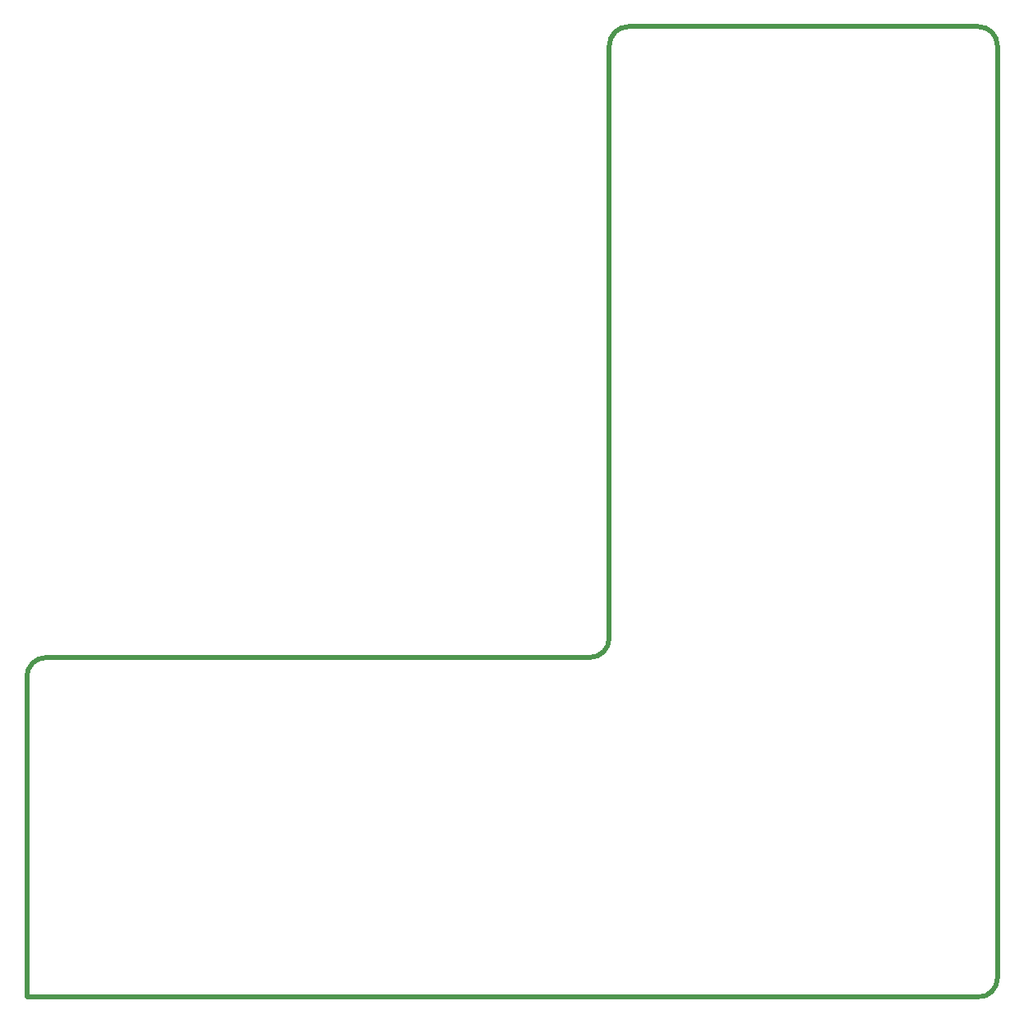
<source format=gm1>
G04*
G04 #@! TF.GenerationSoftware,Altium Limited,Altium Designer,21.3.2 (30)*
G04*
G04 Layer_Color=16711833*
%FSTAX24Y24*%
%MOIN*%
G70*
G04*
G04 #@! TF.SameCoordinates,CDE3E893-1740-4E77-B8E0-51F932FF10AF*
G04*
G04*
G04 #@! TF.FilePolarity,Positive*
G04*
G01*
G75*
%ADD30C,0.0197*%
D30*
X037383Y037487D02*
G03*
X03817Y038274I0J000787D01*
G01*
X038958Y063078D02*
G03*
X03817Y06229I0J-000787D01*
G01*
X053918D02*
G03*
X053131Y063078I-000787J0D01*
G01*
Y023707D02*
G03*
X053918Y024495I0J000787D01*
G01*
X015336Y037487D02*
G03*
X014548Y0367I0J-000787D01*
G01*
X03817Y038274D02*
Y06229D01*
X038958Y063078D02*
X053131D01*
X053918Y024495D02*
Y06229D01*
X014548Y023707D02*
X053131D01*
X014548D02*
Y0367D01*
X015336Y037487D02*
X037383D01*
M02*

</source>
